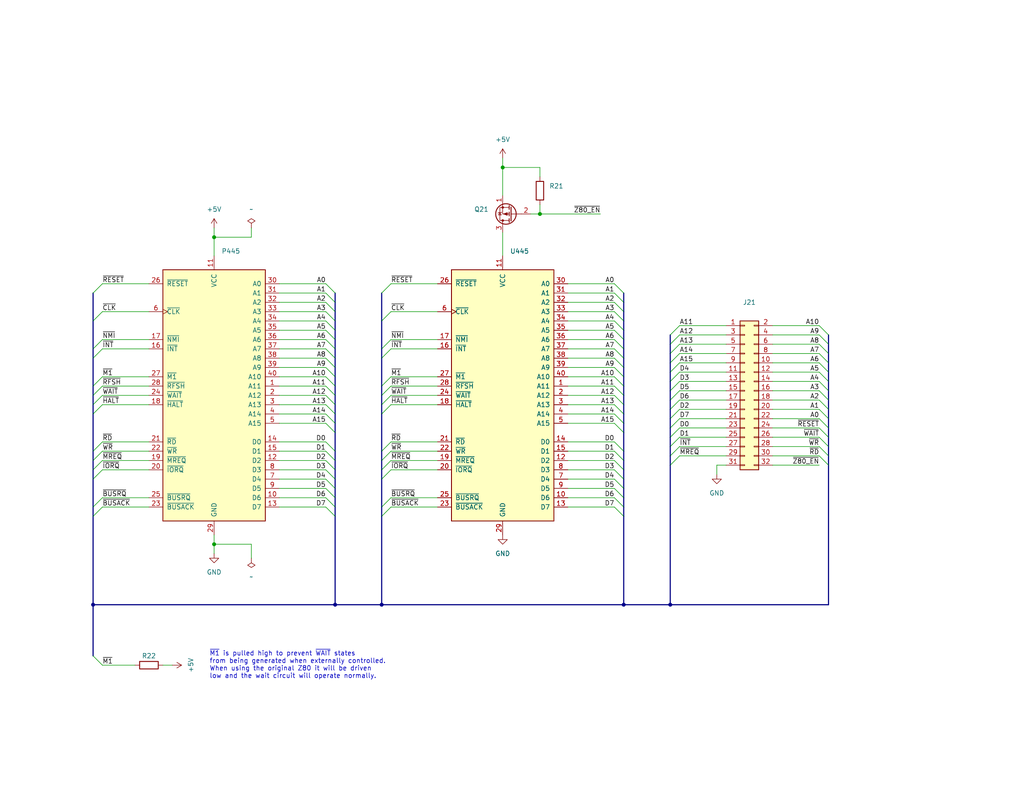
<source format=kicad_sch>
(kicad_sch (version 20211123) (generator eeschema)
  (paper "USLetter")
  (title_block (title "1240-Pi Modification Boards") (date "2022-04-21") (rev "1.0") (company "© 2022 Sam Hanes, licensed under CERN-OHL-P v2") (comment 1 "https://github.com/Elemecca/1240pi"))
  (lib_symbols
    (symbol "CPU:Z80CPU" (pin_names (offset 1.016))
      (property "Reference" "U" (at -13.97 35.56 0))
      (property "Value" "Z80CPU" (at 6.35 35.56 0))
      (symbol "Z80CPU_0_1"
        (rectangle (start -13.97 34.29) (end 13.97 -34.29) (stroke (width 0.254)) (fill (type background)))
      )
      (symbol "Z80CPU_1_1"
        (pin output line (at 17.78 2.54 180) (length 3.81) (name "A11") (number "1"))
        (pin bidirectional line (at 17.78 -27.94 180) (length 3.81) (name "D6") (number "10"))
        (pin power_in line (at 0 38.1 270) (length 3.81) (name "VCC") (number "11"))
        (pin bidirectional line (at 17.78 -17.78 180) (length 3.81) (name "D2") (number "12"))
        (pin bidirectional line (at 17.78 -30.48 180) (length 3.81) (name "D7") (number "13"))
        (pin bidirectional line (at 17.78 -12.7 180) (length 3.81) (name "D0") (number "14"))
        (pin bidirectional line (at 17.78 -15.24 180) (length 3.81) (name "D1") (number "15"))
        (pin input line (at -17.78 12.7 0) (length 3.81) (name "~{INT}") (number "16"))
        (pin input line (at -17.78 15.24 0) (length 3.81) (name "~{NMI}") (number "17"))
        (pin output line (at -17.78 -2.54 0) (length 3.81) (name "~{HALT}") (number "18"))
        (pin output line (at -17.78 -17.78 0) (length 3.81) (name "~{MREQ}") (number "19"))
        (pin output line (at 17.78 0 180) (length 3.81) (name "A12") (number "2"))
        (pin output line (at -17.78 -20.32 0) (length 3.81) (name "~{IORQ}") (number "20"))
        (pin output line (at -17.78 -12.7 0) (length 3.81) (name "~{RD}") (number "21"))
        (pin output line (at -17.78 -15.24 0) (length 3.81) (name "~{WR}") (number "22"))
        (pin output line (at -17.78 -30.48 0) (length 3.81) (name "~{BUSACK}") (number "23"))
        (pin input line (at -17.78 0 0) (length 3.81) (name "~{WAIT}") (number "24"))
        (pin input line (at -17.78 -27.94 0) (length 3.81) (name "~{BUSRQ}") (number "25"))
        (pin input line (at -17.78 30.48 0) (length 3.81) (name "~{RESET}") (number "26"))
        (pin output line (at -17.78 5.08 0) (length 3.81) (name "~{M1}") (number "27"))
        (pin output line (at -17.78 2.54 0) (length 3.81) (name "~{RFSH}") (number "28"))
        (pin power_in line (at 0 -38.1 90) (length 3.81) (name "GND") (number "29"))
        (pin output line (at 17.78 -2.54 180) (length 3.81) (name "A13") (number "3"))
        (pin output line (at 17.78 30.48 180) (length 3.81) (name "A0") (number "30"))
        (pin output line (at 17.78 27.94 180) (length 3.81) (name "A1") (number "31"))
        (pin output line (at 17.78 25.4 180) (length 3.81) (name "A2") (number "32"))
        (pin output line (at 17.78 22.86 180) (length 3.81) (name "A3") (number "33"))
        (pin output line (at 17.78 20.32 180) (length 3.81) (name "A4") (number "34"))
        (pin output line (at 17.78 17.78 180) (length 3.81) (name "A5") (number "35"))
        (pin output line (at 17.78 15.24 180) (length 3.81) (name "A6") (number "36"))
        (pin output line (at 17.78 12.7 180) (length 3.81) (name "A7") (number "37"))
        (pin output line (at 17.78 10.16 180) (length 3.81) (name "A8") (number "38"))
        (pin output line (at 17.78 7.62 180) (length 3.81) (name "A9") (number "39"))
        (pin output line (at 17.78 -5.08 180) (length 3.81) (name "A14") (number "4"))
        (pin output line (at 17.78 5.08 180) (length 3.81) (name "A10") (number "40"))
        (pin output line (at 17.78 -7.62 180) (length 3.81) (name "A15") (number "5"))
        (pin input clock (at -17.78 22.86 0) (length 3.81) (name "~{CLK}") (number "6"))
        (pin bidirectional line (at 17.78 -22.86 180) (length 3.81) (name "D4") (number "7"))
        (pin bidirectional line (at 17.78 -20.32 180) (length 3.81) (name "D3") (number "8"))
        (pin bidirectional line (at 17.78 -25.4 180) (length 3.81) (name "D5") (number "9"))
      )
    )
    (symbol "Connector_Generic:Conn_02x16_Odd_Even" (pin_names (offset 1.016) hide)
      (property "Reference" "J" (at 1.27 20.32 0))
      (property "Value" "Conn_02x16_Odd_Even" (at 1.27 -22.86 0))
      (symbol "Conn_02x16_Odd_Even_1_1"
        (rectangle (start -1.27 -20.193) (end 0 -20.447) (stroke (width 0.1524)))
        (rectangle (start -1.27 -17.653) (end 0 -17.907) (stroke (width 0.1524)))
        (rectangle (start -1.27 -15.113) (end 0 -15.367) (stroke (width 0.1524)))
        (rectangle (start -1.27 -12.573) (end 0 -12.827) (stroke (width 0.1524)))
        (rectangle (start -1.27 -10.033) (end 0 -10.287) (stroke (width 0.1524)))
        (rectangle (start -1.27 -7.493) (end 0 -7.747) (stroke (width 0.1524)))
        (rectangle (start -1.27 -4.953) (end 0 -5.207) (stroke (width 0.1524)))
        (rectangle (start -1.27 -2.413) (end 0 -2.667) (stroke (width 0.1524)))
        (rectangle (start -1.27 0.127) (end 0 -0.127) (stroke (width 0.1524)))
        (rectangle (start -1.27 2.667) (end 0 2.413) (stroke (width 0.1524)))
        (rectangle (start -1.27 5.207) (end 0 4.953) (stroke (width 0.1524)))
        (rectangle (start -1.27 7.747) (end 0 7.493) (stroke (width 0.1524)))
        (rectangle (start -1.27 10.287) (end 0 10.033) (stroke (width 0.1524)))
        (rectangle (start -1.27 12.827) (end 0 12.573) (stroke (width 0.1524)))
        (rectangle (start -1.27 15.367) (end 0 15.113) (stroke (width 0.1524)))
        (rectangle (start -1.27 17.907) (end 0 17.653) (stroke (width 0.1524)))
        (rectangle (start -1.27 19.05) (end 3.81 -21.59) (stroke (width 0.254)) (fill (type background)))
        (rectangle (start 3.81 -20.193) (end 2.54 -20.447) (stroke (width 0.1524)))
        (rectangle (start 3.81 -17.653) (end 2.54 -17.907) (stroke (width 0.1524)))
        (rectangle (start 3.81 -15.113) (end 2.54 -15.367) (stroke (width 0.1524)))
        (rectangle (start 3.81 -12.573) (end 2.54 -12.827) (stroke (width 0.1524)))
        (rectangle (start 3.81 -10.033) (end 2.54 -10.287) (stroke (width 0.1524)))
        (rectangle (start 3.81 -7.493) (end 2.54 -7.747) (stroke (width 0.1524)))
        (rectangle (start 3.81 -4.953) (end 2.54 -5.207) (stroke (width 0.1524)))
        (rectangle (start 3.81 -2.413) (end 2.54 -2.667) (stroke (width 0.1524)))
        (rectangle (start 3.81 0.127) (end 2.54 -0.127) (stroke (width 0.1524)))
        (rectangle (start 3.81 2.667) (end 2.54 2.413) (stroke (width 0.1524)))
        (rectangle (start 3.81 5.207) (end 2.54 4.953) (stroke (width 0.1524)))
        (rectangle (start 3.81 7.747) (end 2.54 7.493) (stroke (width 0.1524)))
        (rectangle (start 3.81 10.287) (end 2.54 10.033) (stroke (width 0.1524)))
        (rectangle (start 3.81 12.827) (end 2.54 12.573) (stroke (width 0.1524)))
        (rectangle (start 3.81 15.367) (end 2.54 15.113) (stroke (width 0.1524)))
        (rectangle (start 3.81 17.907) (end 2.54 17.653) (stroke (width 0.1524)))
        (pin passive line (at -5.08 17.78 0) (length 3.81) (name "Pin_1") (number "1"))
        (pin passive line (at 7.62 7.62 180) (length 3.81) (name "Pin_10") (number "10"))
        (pin passive line (at -5.08 5.08 0) (length 3.81) (name "Pin_11") (number "11"))
        (pin passive line (at 7.62 5.08 180) (length 3.81) (name "Pin_12") (number "12"))
        (pin passive line (at -5.08 2.54 0) (length 3.81) (name "Pin_13") (number "13"))
        (pin passive line (at 7.62 2.54 180) (length 3.81) (name "Pin_14") (number "14"))
        (pin passive line (at -5.08 0 0) (length 3.81) (name "Pin_15") (number "15"))
        (pin passive line (at 7.62 0 180) (length 3.81) (name "Pin_16") (number "16"))
        (pin passive line (at -5.08 -2.54 0) (length 3.81) (name "Pin_17") (number "17"))
        (pin passive line (at 7.62 -2.54 180) (length 3.81) (name "Pin_18") (number "18"))
        (pin passive line (at -5.08 -5.08 0) (length 3.81) (name "Pin_19") (number "19"))
        (pin passive line (at 7.62 17.78 180) (length 3.81) (name "Pin_2") (number "2"))
        (pin passive line (at 7.62 -5.08 180) (length 3.81) (name "Pin_20") (number "20"))
        (pin passive line (at -5.08 -7.62 0) (length 3.81) (name "Pin_21") (number "21"))
        (pin passive line (at 7.62 -7.62 180) (length 3.81) (name "Pin_22") (number "22"))
        (pin passive line (at -5.08 -10.16 0) (length 3.81) (name "Pin_23") (number "23"))
        (pin passive line (at 7.62 -10.16 180) (length 3.81) (name "Pin_24") (number "24"))
        (pin passive line (at -5.08 -12.7 0) (length 3.81) (name "Pin_25") (number "25"))
        (pin passive line (at 7.62 -12.7 180) (length 3.81) (name "Pin_26") (number "26"))
        (pin passive line (at -5.08 -15.24 0) (length 3.81) (name "Pin_27") (number "27"))
        (pin passive line (at 7.62 -15.24 180) (length 3.81) (name "Pin_28") (number "28"))
        (pin passive line (at -5.08 -17.78 0) (length 3.81) (name "Pin_29") (number "29"))
        (pin passive line (at -5.08 15.24 0) (length 3.81) (name "Pin_3") (number "3"))
        (pin passive line (at 7.62 -17.78 180) (length 3.81) (name "Pin_30") (number "30"))
        (pin passive line (at -5.08 -20.32 0) (length 3.81) (name "Pin_31") (number "31"))
        (pin passive line (at 7.62 -20.32 180) (length 3.81) (name "Pin_32") (number "32"))
        (pin passive line (at 7.62 15.24 180) (length 3.81) (name "Pin_4") (number "4"))
        (pin passive line (at -5.08 12.7 0) (length 3.81) (name "Pin_5") (number "5"))
        (pin passive line (at 7.62 12.7 180) (length 3.81) (name "Pin_6") (number "6"))
        (pin passive line (at -5.08 10.16 0) (length 3.81) (name "Pin_7") (number "7"))
        (pin passive line (at 7.62 10.16 180) (length 3.81) (name "Pin_8") (number "8"))
        (pin passive line (at -5.08 7.62 0) (length 3.81) (name "Pin_9") (number "9"))
      )
    )
    (symbol "Device:Q_PMOS_SGD" (pin_names (offset 0) hide)
      (property "Reference" "Q" (at 5.08 1.27 0))
      (property "Value" "Q_PMOS_SGD" (at 5.08 -1.27 0))
      (symbol "Q_PMOS_SGD_0_1"
        (polyline (pts (xy 0.254 0) (xy -2.54 0)))
        (polyline (pts (xy 0.254 1.905) (xy 0.254 -1.905)) (stroke (width 0.254)))
        (polyline (pts (xy 0.762 -1.27) (xy 0.762 -2.286)) (stroke (width 0.254)))
        (polyline (pts (xy 0.762 0.508) (xy 0.762 -0.508)) (stroke (width 0.254)))
        (polyline (pts (xy 0.762 2.286) (xy 0.762 1.27)) (stroke (width 0.254)))
        (polyline (pts (xy 2.54 2.54) (xy 2.54 1.778)))
        (polyline (pts (xy 2.54 -2.54) (xy 2.54 0) (xy 0.762 0)))
        (polyline (pts (xy 0.762 1.778) (xy 3.302 1.778) (xy 3.302 -1.778) (xy 0.762 -1.778)))
        (polyline (pts (xy 2.286 0) (xy 1.27 0.381) (xy 1.27 -0.381) (xy 2.286 0)) (fill (type outline)))
        (polyline (pts (xy 2.794 -0.508) (xy 2.921 -0.381) (xy 3.683 -0.381) (xy 3.81 -0.254)))
        (polyline (pts (xy 3.302 -0.381) (xy 2.921 0.254) (xy 3.683 0.254) (xy 3.302 -0.381)))
        (circle (center 1.651 0) (radius 2.794) (stroke (width 0.254)))
        (circle (center 2.54 -1.778) (radius 0.254) (fill (type outline)))
        (circle (center 2.54 1.778) (radius 0.254) (fill (type outline)))
      )
      (symbol "Q_PMOS_SGD_1_1"
        (pin passive line (at 2.54 -5.08 90) (length 2.54) (name "S") (number "1"))
        (pin input line (at -5.08 0 0) (length 2.54) (name "G") (number "2"))
        (pin passive line (at 2.54 5.08 270) (length 2.54) (name "D") (number "3"))
      )
    )
    (symbol "Device:R" (pin_numbers hide) (pin_names (offset 0))
      (property "Reference" "R" (at 2.032 0 90))
      (property "Value" "R" (at 0 0 90))
      (symbol "R_0_1"
        (rectangle (start -1.016 -2.54) (end 1.016 2.54) (stroke (width 0.254)))
      )
      (symbol "R_1_1"
        (pin passive line (at 0 3.81 270) (length 1.27) (name "~") (number "1"))
        (pin passive line (at 0 -3.81 90) (length 1.27) (name "~") (number "2"))
      )
    )
    (symbol "power:+5V" (power) (pin_names (offset 0))
      (property "Value" "+5V" (at 0 3.556 0))
      (symbol "+5V_0_1"
        (polyline (pts (xy -0.762 1.27) (xy 0 2.54)))
        (polyline (pts (xy 0 0) (xy 0 2.54)))
        (polyline (pts (xy 0 2.54) (xy 0.762 1.27)))
      )
      (symbol "+5V_1_1"
        (pin power_in line (at 0 0 90) (length 0) hide (name "+5V") (number "1"))
      )
    )
    (symbol "power:GND" (power) (pin_names (offset 0))
      (property "Value" "GND" (at 0 -3.81 0))
      (symbol "GND_0_1"
        (polyline (pts (xy 0 0) (xy 0 -1.27) (xy 1.27 -1.27) (xy 0 -2.54) (xy -1.27 -1.27) (xy 0 -1.27)))
      )
      (symbol "GND_1_1"
        (pin power_in line (at 0 0 270) (length 0) hide (name "GND") (number "1"))
      )
    )
    (symbol "power:PWR_FLAG" (power) (pin_numbers hide) (pin_names (offset 0) hide)
      (property "Value" "PWR_FLAG" (at 0 3.81 0))
      (symbol "PWR_FLAG_0_0"
        (pin power_out line (at 0 0 90) (length 0) (name "pwr") (number "1"))
      )
      (symbol "PWR_FLAG_0_1"
        (polyline (pts (xy 0 0) (xy 0 1.27) (xy -1.016 1.905) (xy 0 2.54) (xy 1.016 1.905) (xy 0 1.27)))
      )
    )
  )
  (junction (at 182.88 165.1))
  (junction (at 58.42 64.77))
  (junction (at 170.18 165.1))
  (junction (at 137.16 45.72))
  (junction (at 25.4 165.1))
  (junction (at 58.42 148.59))
  (junction (at 104.14 165.1))
  (junction (at 91.44 165.1))
  (junction (at 147.32 58.42))
  (bus_entry (at 88.9 128.27) (size 2.54 2.54))
  (bus_entry (at 185.42 104.14) (size -2.54 2.54))
  (bus_entry (at 27.94 120.65) (size -2.54 2.54))
  (bus_entry (at 167.64 80.01) (size 2.54 2.54))
  (bus_entry (at 185.42 124.46) (size -2.54 2.54))
  (bus_entry (at 27.94 95.25) (size -2.54 2.54))
  (bus_entry (at 223.52 111.76) (size 2.54 2.54))
  (bus_entry (at 167.64 125.73) (size 2.54 2.54))
  (bus_entry (at 167.64 138.43) (size 2.54 2.54))
  (bus_entry (at 223.52 101.6) (size 2.54 2.54))
  (bus_entry (at 106.68 138.43) (size -2.54 2.54))
  (bus_entry (at 27.94 123.19) (size -2.54 2.54))
  (bus_entry (at 167.64 123.19) (size 2.54 2.54))
  (bus_entry (at 167.64 102.87) (size 2.54 2.54))
  (bus_entry (at 88.9 85.09) (size 2.54 2.54))
  (bus_entry (at 167.64 107.95) (size 2.54 2.54))
  (bus_entry (at 88.9 123.19) (size 2.54 2.54))
  (bus_entry (at 223.52 96.52) (size 2.54 2.54))
  (bus_entry (at 167.64 130.81) (size 2.54 2.54))
  (bus_entry (at 88.9 105.41) (size 2.54 2.54))
  (bus_entry (at 167.64 105.41) (size 2.54 2.54))
  (bus_entry (at 185.42 111.76) (size -2.54 2.54))
  (bus_entry (at 167.64 115.57) (size 2.54 2.54))
  (bus_entry (at 167.64 133.35) (size 2.54 2.54))
  (bus_entry (at 106.68 105.41) (size -2.54 2.54))
  (bus_entry (at 167.64 90.17) (size 2.54 2.54))
  (bus_entry (at 185.42 101.6) (size -2.54 2.54))
  (bus_entry (at 27.94 92.71) (size -2.54 2.54))
  (bus_entry (at 167.64 82.55) (size 2.54 2.54))
  (bus_entry (at 185.42 121.92) (size -2.54 2.54))
  (bus_entry (at 185.42 116.84) (size -2.54 2.54))
  (bus_entry (at 106.68 77.47) (size -2.54 2.54))
  (bus_entry (at 27.94 181.61) (size -2.54 -2.54))
  (bus_entry (at 106.68 128.27) (size -2.54 2.54))
  (bus_entry (at 27.94 125.73) (size -2.54 2.54))
  (bus_entry (at 106.68 110.49) (size -2.54 2.54))
  (bus_entry (at 88.9 92.71) (size 2.54 2.54))
  (bus_entry (at 223.52 91.44) (size 2.54 2.54))
  (bus_entry (at 27.94 77.47) (size -2.54 2.54))
  (bus_entry (at 88.9 120.65) (size 2.54 2.54))
  (bus_entry (at 185.42 99.06) (size -2.54 2.54))
  (bus_entry (at 88.9 95.25) (size 2.54 2.54))
  (bus_entry (at 88.9 138.43) (size 2.54 2.54))
  (bus_entry (at 106.68 95.25) (size -2.54 2.54))
  (bus_entry (at 88.9 107.95) (size 2.54 2.54))
  (bus_entry (at 88.9 110.49) (size 2.54 2.54))
  (bus_entry (at 167.64 95.25) (size 2.54 2.54))
  (bus_entry (at 27.94 85.09) (size -2.54 2.54))
  (bus_entry (at 106.68 92.71) (size -2.54 2.54))
  (bus_entry (at 167.64 113.03) (size 2.54 2.54))
  (bus_entry (at 185.42 96.52) (size -2.54 2.54))
  (bus_entry (at 88.9 82.55) (size 2.54 2.54))
  (bus_entry (at 223.52 114.3) (size 2.54 2.54))
  (bus_entry (at 106.68 102.87) (size -2.54 2.54))
  (bus_entry (at 185.42 119.38) (size -2.54 2.54))
  (bus_entry (at 167.64 77.47) (size 2.54 2.54))
  (bus_entry (at 106.68 107.95) (size -2.54 2.54))
  (bus_entry (at 106.68 85.09) (size -2.54 2.54))
  (bus_entry (at 167.64 110.49) (size 2.54 2.54))
  (bus_entry (at 88.9 135.89) (size 2.54 2.54))
  (bus_entry (at 88.9 77.47) (size 2.54 2.54))
  (bus_entry (at 27.94 107.95) (size -2.54 2.54))
  (bus_entry (at 88.9 97.79) (size 2.54 2.54))
  (bus_entry (at 167.64 85.09) (size 2.54 2.54))
  (bus_entry (at 185.42 91.44) (size -2.54 2.54))
  (bus_entry (at 106.68 135.89) (size -2.54 2.54))
  (bus_entry (at 223.52 88.9) (size 2.54 2.54))
  (bus_entry (at 185.42 109.22) (size -2.54 2.54))
  (bus_entry (at 223.52 121.92) (size 2.54 2.54))
  (bus_entry (at 88.9 80.01) (size 2.54 2.54))
  (bus_entry (at 106.68 123.19) (size -2.54 2.54))
  (bus_entry (at 88.9 125.73) (size 2.54 2.54))
  (bus_entry (at 106.68 125.73) (size -2.54 2.54))
  (bus_entry (at 27.94 110.49) (size -2.54 2.54))
  (bus_entry (at 167.64 120.65) (size 2.54 2.54))
  (bus_entry (at 185.42 93.98) (size -2.54 2.54))
  (bus_entry (at 27.94 138.43) (size -2.54 2.54))
  (bus_entry (at 167.64 97.79) (size 2.54 2.54))
  (bus_entry (at 223.52 104.14) (size 2.54 2.54))
  (bus_entry (at 27.94 105.41) (size -2.54 2.54))
  (bus_entry (at 167.64 87.63) (size 2.54 2.54))
  (bus_entry (at 27.94 102.87) (size -2.54 2.54))
  (bus_entry (at 88.9 130.81) (size 2.54 2.54))
  (bus_entry (at 27.94 128.27) (size -2.54 2.54))
  (bus_entry (at 106.68 120.65) (size -2.54 2.54))
  (bus_entry (at 88.9 100.33) (size 2.54 2.54))
  (bus_entry (at 88.9 113.03) (size 2.54 2.54))
  (bus_entry (at 223.52 109.22) (size 2.54 2.54))
  (bus_entry (at 88.9 115.57) (size 2.54 2.54))
  (bus_entry (at 223.52 116.84) (size 2.54 2.54))
  (bus_entry (at 223.52 93.98) (size 2.54 2.54))
  (bus_entry (at 27.94 135.89) (size -2.54 2.54))
  (bus_entry (at 88.9 90.17) (size 2.54 2.54))
  (bus_entry (at 167.64 100.33) (size 2.54 2.54))
  (bus_entry (at 167.64 92.71) (size 2.54 2.54))
  (bus_entry (at 223.52 119.38) (size 2.54 2.54))
  (bus_entry (at 88.9 87.63) (size 2.54 2.54))
  (bus_entry (at 185.42 106.68) (size -2.54 2.54))
  (bus_entry (at 185.42 88.9) (size -2.54 2.54))
  (bus_entry (at 223.52 124.46) (size 2.54 2.54))
  (bus_entry (at 167.64 135.89) (size 2.54 2.54))
  (bus_entry (at 223.52 106.68) (size 2.54 2.54))
  (bus_entry (at 223.52 99.06) (size 2.54 2.54))
  (bus_entry (at 185.42 114.3) (size -2.54 2.54))
  (bus_entry (at 88.9 133.35) (size 2.54 2.54))
  (bus_entry (at 88.9 102.87) (size 2.54 2.54))
  (bus_entry (at 167.64 128.27) (size 2.54 2.54))
  (wire (pts (xy 58.42 148.59) (xy 58.42 151.13)))
  (bus (pts (xy 91.44 100.33) (xy 91.44 102.87)))
  (wire (pts (xy 27.94 110.49) (xy 40.64 110.49)))
  (wire (pts (xy 68.58 152.4) (xy 68.58 148.59)))
  (wire (pts (xy 76.2 82.55) (xy 88.9 82.55)))
  (wire (pts (xy 154.94 133.35) (xy 167.64 133.35)))
  (wire (pts (xy 137.16 43.18) (xy 137.16 45.72)))
  (bus (pts (xy 182.88 127) (xy 182.88 165.1)))
  (bus (pts (xy 91.44 105.41) (xy 91.44 107.95)))
  (bus (pts (xy 182.88 165.1) (xy 170.18 165.1)))
  (wire (pts (xy 58.42 64.77) (xy 58.42 69.85)))
  (bus (pts (xy 91.44 130.81) (xy 91.44 133.35)))
  (bus (pts (xy 182.88 104.14) (xy 182.88 106.68)))
  (wire (pts (xy 106.68 128.27) (xy 119.38 128.27)))
  (bus (pts (xy 91.44 113.03) (xy 91.44 115.57)))
  (bus (pts (xy 25.4 95.25) (xy 25.4 97.79)))
  (wire (pts (xy 154.94 123.19) (xy 167.64 123.19)))
  (bus (pts (xy 226.06 106.68) (xy 226.06 109.22)))
  (bus (pts (xy 91.44 107.95) (xy 91.44 110.49)))
  (wire (pts (xy 76.2 123.19) (xy 88.9 123.19)))
  (wire (pts (xy 106.68 102.87) (xy 119.38 102.87)))
  (wire (pts (xy 154.94 120.65) (xy 167.64 120.65)))
  (bus (pts (xy 182.88 101.6) (xy 182.88 104.14)))
  (bus (pts (xy 104.14 110.49) (xy 104.14 113.03)))
  (wire (pts (xy 76.2 115.57) (xy 88.9 115.57)))
  (wire (pts (xy 210.82 109.22) (xy 223.52 109.22)))
  (wire (pts (xy 210.82 99.06) (xy 223.52 99.06)))
  (wire (pts (xy 76.2 87.63) (xy 88.9 87.63)))
  (bus (pts (xy 25.4 138.43) (xy 25.4 140.97)))
  (bus (pts (xy 91.44 128.27) (xy 91.44 130.81)))
  (wire (pts (xy 210.82 116.84) (xy 223.52 116.84)))
  (wire (pts (xy 154.94 85.09) (xy 167.64 85.09)))
  (wire (pts (xy 27.94 123.19) (xy 40.64 123.19)))
  (bus (pts (xy 91.44 118.11) (xy 91.44 123.19)))
  (bus (pts (xy 170.18 102.87) (xy 170.18 105.41)))
  (bus (pts (xy 91.44 87.63) (xy 91.44 90.17)))
  (wire (pts (xy 210.82 121.92) (xy 223.52 121.92)))
  (bus (pts (xy 182.88 111.76) (xy 182.88 114.3)))
  (bus (pts (xy 91.44 110.49) (xy 91.44 113.03)))
  (bus (pts (xy 25.4 110.49) (xy 25.4 113.03)))
  (wire (pts (xy 154.94 87.63) (xy 167.64 87.63)))
  (bus (pts (xy 91.44 165.1) (xy 104.14 165.1)))
  (bus (pts (xy 170.18 113.03) (xy 170.18 115.57)))
  (bus (pts (xy 25.4 130.81) (xy 25.4 138.43)))
  (wire (pts (xy 68.58 148.59) (xy 58.42 148.59)))
  (wire (pts (xy 198.12 101.6) (xy 185.42 101.6)))
  (wire (pts (xy 147.32 55.88) (xy 147.32 58.42)))
  (wire (pts (xy 210.82 106.68) (xy 223.52 106.68)))
  (wire (pts (xy 154.94 135.89) (xy 167.64 135.89)))
  (wire (pts (xy 76.2 130.81) (xy 88.9 130.81)))
  (bus (pts (xy 182.88 119.38) (xy 182.88 121.92)))
  (bus (pts (xy 182.88 121.92) (xy 182.88 124.46)))
  (bus (pts (xy 226.06 101.6) (xy 226.06 104.14)))
  (wire (pts (xy 198.12 91.44) (xy 185.42 91.44)))
  (bus (pts (xy 170.18 90.17) (xy 170.18 92.71)))
  (wire (pts (xy 76.2 95.25) (xy 88.9 95.25)))
  (wire (pts (xy 144.78 58.42) (xy 147.32 58.42)))
  (bus (pts (xy 91.44 85.09) (xy 91.44 87.63)))
  (bus (pts (xy 104.14 105.41) (xy 104.14 107.95)))
  (wire (pts (xy 195.58 127) (xy 198.12 127)))
  (wire (pts (xy 76.2 113.03) (xy 88.9 113.03)))
  (bus (pts (xy 182.88 99.06) (xy 182.88 101.6)))
  (bus (pts (xy 104.14 80.01) (xy 104.14 87.63)))
  (bus (pts (xy 25.4 125.73) (xy 25.4 128.27)))
  (wire (pts (xy 76.2 128.27) (xy 88.9 128.27)))
  (wire (pts (xy 27.94 138.43) (xy 40.64 138.43)))
  (wire (pts (xy 76.2 102.87) (xy 88.9 102.87)))
  (bus (pts (xy 25.4 97.79) (xy 25.4 105.41)))
  (bus (pts (xy 25.4 165.1) (xy 25.4 179.07)))
  (wire (pts (xy 76.2 77.47) (xy 88.9 77.47)))
  (wire (pts (xy 106.68 125.73) (xy 119.38 125.73)))
  (wire (pts (xy 154.94 97.79) (xy 167.64 97.79)))
  (bus (pts (xy 182.88 124.46) (xy 182.88 127)))
  (bus (pts (xy 170.18 135.89) (xy 170.18 138.43)))
  (wire (pts (xy 185.42 88.9) (xy 198.12 88.9)))
  (bus (pts (xy 226.06 121.92) (xy 226.06 124.46)))
  (wire (pts (xy 154.94 95.25) (xy 167.64 95.25)))
  (wire (pts (xy 198.12 104.14) (xy 185.42 104.14)))
  (wire (pts (xy 68.58 62.23) (xy 68.58 64.77)))
  (bus (pts (xy 170.18 115.57) (xy 170.18 118.11)))
  (wire (pts (xy 27.94 92.71) (xy 40.64 92.71)))
  (wire (pts (xy 27.94 181.61) (xy 36.83 181.61)))
  (bus (pts (xy 182.88 114.3) (xy 182.88 116.84)))
  (wire (pts (xy 76.2 138.43) (xy 88.9 138.43)))
  (bus (pts (xy 182.88 91.44) (xy 182.88 93.98)))
  (bus (pts (xy 25.4 128.27) (xy 25.4 130.81)))
  (wire (pts (xy 137.16 63.5) (xy 137.16 69.85)))
  (wire (pts (xy 76.2 120.65) (xy 88.9 120.65)))
  (wire (pts (xy 106.68 77.47) (xy 119.38 77.47)))
  (wire (pts (xy 76.2 92.71) (xy 88.9 92.71)))
  (wire (pts (xy 210.82 88.9) (xy 223.52 88.9)))
  (wire (pts (xy 185.42 116.84) (xy 198.12 116.84)))
  (bus (pts (xy 91.44 140.97) (xy 91.44 165.1)))
  (wire (pts (xy 210.82 124.46) (xy 223.52 124.46)))
  (wire (pts (xy 68.58 64.77) (xy 58.42 64.77)))
  (wire (pts (xy 106.68 123.19) (xy 119.38 123.19)))
  (bus (pts (xy 170.18 133.35) (xy 170.18 135.89)))
  (wire (pts (xy 76.2 90.17) (xy 88.9 90.17)))
  (wire (pts (xy 154.94 82.55) (xy 167.64 82.55)))
  (bus (pts (xy 226.06 111.76) (xy 226.06 114.3)))
  (bus (pts (xy 25.4 105.41) (xy 25.4 107.95)))
  (wire (pts (xy 210.82 91.44) (xy 223.52 91.44)))
  (bus (pts (xy 170.18 128.27) (xy 170.18 130.81)))
  (bus (pts (xy 91.44 125.73) (xy 91.44 128.27)))
  (wire (pts (xy 76.2 80.01) (xy 88.9 80.01)))
  (wire (pts (xy 198.12 99.06) (xy 185.42 99.06)))
  (wire (pts (xy 106.68 107.95) (xy 119.38 107.95)))
  (bus (pts (xy 25.4 80.01) (xy 25.4 87.63)))
  (wire (pts (xy 76.2 97.79) (xy 88.9 97.79)))
  (wire (pts (xy 106.68 105.41) (xy 119.38 105.41)))
  (wire (pts (xy 27.94 85.09) (xy 40.64 85.09)))
  (bus (pts (xy 25.4 140.97) (xy 25.4 165.1)))
  (bus (pts (xy 25.4 123.19) (xy 25.4 125.73)))
  (wire (pts (xy 154.94 90.17) (xy 167.64 90.17)))
  (wire (pts (xy 185.42 121.92) (xy 198.12 121.92)))
  (wire (pts (xy 76.2 105.41) (xy 88.9 105.41)))
  (bus (pts (xy 182.88 93.98) (xy 182.88 96.52)))
  (bus (pts (xy 91.44 123.19) (xy 91.44 125.73)))
  (bus (pts (xy 170.18 85.09) (xy 170.18 87.63)))
  (wire (pts (xy 76.2 85.09) (xy 88.9 85.09)))
  (wire (pts (xy 195.58 129.54) (xy 195.58 127)))
  (bus (pts (xy 226.06 124.46) (xy 226.06 127)))
  (wire (pts (xy 106.68 92.71) (xy 119.38 92.71)))
  (wire (pts (xy 154.94 102.87) (xy 167.64 102.87)))
  (wire (pts (xy 46.99 181.61) (xy 44.45 181.61)))
  (wire (pts (xy 106.68 138.43) (xy 119.38 138.43)))
  (bus (pts (xy 91.44 90.17) (xy 91.44 92.71)))
  (bus (pts (xy 226.06 116.84) (xy 226.06 119.38)))
  (wire (pts (xy 210.82 104.14) (xy 223.52 104.14)))
  (wire (pts (xy 27.94 128.27) (xy 40.64 128.27)))
  (wire (pts (xy 76.2 125.73) (xy 88.9 125.73)))
  (bus (pts (xy 170.18 100.33) (xy 170.18 102.87)))
  (bus (pts (xy 91.44 82.55) (xy 91.44 85.09)))
  (bus (pts (xy 170.18 140.97) (xy 170.18 165.1)))
  (wire (pts (xy 147.32 58.42) (xy 163.83 58.42)))
  (wire (pts (xy 210.82 111.76) (xy 223.52 111.76)))
  (wire (pts (xy 58.42 146.05) (xy 58.42 148.59)))
  (bus (pts (xy 104.14 123.19) (xy 104.14 125.73)))
  (bus (pts (xy 182.88 116.84) (xy 182.88 119.38)))
  (wire (pts (xy 154.94 138.43) (xy 167.64 138.43)))
  (bus (pts (xy 170.18 105.41) (xy 170.18 107.95)))
  (bus (pts (xy 91.44 92.71) (xy 91.44 95.25)))
  (bus (pts (xy 226.06 91.44) (xy 226.06 93.98)))
  (bus (pts (xy 170.18 110.49) (xy 170.18 113.03)))
  (bus (pts (xy 182.88 106.68) (xy 182.88 109.22)))
  (wire (pts (xy 76.2 110.49) (xy 88.9 110.49)))
  (wire (pts (xy 58.42 62.23) (xy 58.42 64.77)))
  (bus (pts (xy 104.14 130.81) (xy 104.14 138.43)))
  (wire (pts (xy 185.42 111.76) (xy 198.12 111.76)))
  (bus (pts (xy 182.88 109.22) (xy 182.88 111.76)))
  (bus (pts (xy 25.4 165.1) (xy 91.44 165.1)))
  (bus (pts (xy 91.44 133.35) (xy 91.44 135.89)))
  (wire (pts (xy 154.94 77.47) (xy 167.64 77.47)))
  (wire (pts (xy 106.68 120.65) (xy 119.38 120.65)))
  (bus (pts (xy 226.06 99.06) (xy 226.06 101.6)))
  (bus (pts (xy 170.18 107.95) (xy 170.18 110.49)))
  (wire (pts (xy 185.42 114.3) (xy 198.12 114.3)))
  (wire (pts (xy 198.12 93.98) (xy 185.42 93.98)))
  (bus (pts (xy 170.18 97.79) (xy 170.18 100.33)))
  (wire (pts (xy 106.68 110.49) (xy 119.38 110.49)))
  (wire (pts (xy 76.2 135.89) (xy 88.9 135.89)))
  (bus (pts (xy 25.4 113.03) (xy 25.4 123.19)))
  (wire (pts (xy 27.94 95.25) (xy 40.64 95.25)))
  (bus (pts (xy 91.44 138.43) (xy 91.44 140.97)))
  (wire (pts (xy 210.82 127) (xy 223.52 127)))
  (bus (pts (xy 104.14 95.25) (xy 104.14 97.79)))
  (bus (pts (xy 170.18 118.11) (xy 170.18 123.19)))
  (wire (pts (xy 154.94 105.41) (xy 167.64 105.41)))
  (wire (pts (xy 154.94 130.81) (xy 167.64 130.81)))
  (bus (pts (xy 226.06 119.38) (xy 226.06 121.92)))
  (wire (pts (xy 154.94 110.49) (xy 167.64 110.49)))
  (bus (pts (xy 170.18 92.71) (xy 170.18 95.25)))
  (wire (pts (xy 210.82 101.6) (xy 223.52 101.6)))
  (bus (pts (xy 170.18 130.81) (xy 170.18 133.35)))
  (wire (pts (xy 154.94 80.01) (xy 167.64 80.01)))
  (bus (pts (xy 104.14 87.63) (xy 104.14 95.25)))
  (wire (pts (xy 27.94 120.65) (xy 40.64 120.65)))
  (bus (pts (xy 170.18 95.25) (xy 170.18 97.79)))
  (wire (pts (xy 27.94 107.95) (xy 40.64 107.95)))
  (bus (pts (xy 91.44 102.87) (xy 91.44 105.41)))
  (wire (pts (xy 27.94 77.47) (xy 40.64 77.47)))
  (bus (pts (xy 104.14 128.27) (xy 104.14 130.81)))
  (bus (pts (xy 226.06 114.3) (xy 226.06 116.84)))
  (bus (pts (xy 104.14 97.79) (xy 104.14 105.41)))
  (wire (pts (xy 27.94 105.41) (xy 40.64 105.41)))
  (wire (pts (xy 185.42 124.46) (xy 198.12 124.46)))
  (wire (pts (xy 198.12 109.22) (xy 185.42 109.22)))
  (bus (pts (xy 91.44 97.79) (xy 91.44 100.33)))
  (wire (pts (xy 76.2 100.33) (xy 88.9 100.33)))
  (bus (pts (xy 170.18 123.19) (xy 170.18 125.73)))
  (wire (pts (xy 210.82 96.52) (xy 223.52 96.52)))
  (bus (pts (xy 226.06 96.52) (xy 226.06 99.06)))
  (wire (pts (xy 137.16 45.72) (xy 147.32 45.72)))
  (wire (pts (xy 154.94 125.73) (xy 167.64 125.73)))
  (wire (pts (xy 76.2 133.35) (xy 88.9 133.35)))
  (wire (pts (xy 210.82 93.98) (xy 223.52 93.98)))
  (bus (pts (xy 226.06 109.22) (xy 226.06 111.76)))
  (bus (pts (xy 25.4 87.63) (xy 25.4 95.25)))
  (bus (pts (xy 170.18 138.43) (xy 170.18 140.97)))
  (bus (pts (xy 104.14 113.03) (xy 104.14 123.19)))
  (bus (pts (xy 104.14 138.43) (xy 104.14 140.97)))
  (bus (pts (xy 104.14 125.73) (xy 104.14 128.27)))
  (wire (pts (xy 154.94 107.95) (xy 167.64 107.95)))
  (wire (pts (xy 27.94 102.87) (xy 40.64 102.87)))
  (wire (pts (xy 154.94 113.03) (xy 167.64 113.03)))
  (bus (pts (xy 91.44 135.89) (xy 91.44 138.43)))
  (bus (pts (xy 226.06 93.98) (xy 226.06 96.52)))
  (bus (pts (xy 104.14 107.95) (xy 104.14 110.49)))
  (wire (pts (xy 106.68 135.89) (xy 119.38 135.89)))
  (bus (pts (xy 170.18 125.73) (xy 170.18 128.27)))
  (bus (pts (xy 226.06 165.1) (xy 182.88 165.1)))
  (wire (pts (xy 185.42 119.38) (xy 198.12 119.38)))
  (bus (pts (xy 91.44 80.01) (xy 91.44 82.55)))
  (wire (pts (xy 154.94 100.33) (xy 167.64 100.33)))
  (bus (pts (xy 170.18 82.55) (xy 170.18 85.09)))
  (bus (pts (xy 170.18 80.01) (xy 170.18 82.55)))
  (wire (pts (xy 27.94 125.73) (xy 40.64 125.73)))
  (wire (pts (xy 198.12 96.52) (xy 185.42 96.52)))
  (wire (pts (xy 154.94 92.71) (xy 167.64 92.71)))
  (wire (pts (xy 198.12 106.68) (xy 185.42 106.68)))
  (wire (pts (xy 154.94 115.57) (xy 167.64 115.57)))
  (bus (pts (xy 91.44 115.57) (xy 91.44 118.11)))
  (wire (pts (xy 106.68 85.09) (xy 119.38 85.09)))
  (bus (pts (xy 104.14 140.97) (xy 104.14 165.1)))
  (wire (pts (xy 147.32 45.72) (xy 147.32 48.26)))
  (wire (pts (xy 210.82 114.3) (xy 223.52 114.3)))
  (wire (pts (xy 154.94 128.27) (xy 167.64 128.27)))
  (wire (pts (xy 210.82 119.38) (xy 223.52 119.38)))
  (bus (pts (xy 104.14 165.1) (xy 170.18 165.1)))
  (bus (pts (xy 170.18 87.63) (xy 170.18 90.17)))
  (bus (pts (xy 226.06 104.14) (xy 226.06 106.68)))
  (bus (pts (xy 226.06 127) (xy 226.06 165.1)))
  (wire (pts (xy 27.94 135.89) (xy 40.64 135.89)))
  (bus (pts (xy 182.88 96.52) (xy 182.88 99.06)))
  (wire (pts (xy 76.2 107.95) (xy 88.9 107.95)))
  (wire (pts (xy 106.68 95.25) (xy 119.38 95.25)))
  (bus (pts (xy 91.44 95.25) (xy 91.44 97.79)))
  (wire (pts (xy 137.16 53.34) (xy 137.16 45.72)))
  (bus (pts (xy 25.4 107.95) (xy 25.4 110.49)))
  (text "~{M1} is pulled high to prevent ~{WAIT} states\nfrom being generated when externally controlled.\nWhen using the original Z80 it will be driven\nlow and the wait circuit will operate normally." (at 57.15 185.42 0) (effects (font (size 1.27 1.27)) (justify left bottom)))
  (label "~{RD}" (at 223.52 124.46 180))
  (label "~{MREQ}" (at 27.94 125.73 0))
  (label "~{WAIT}" (at 27.94 107.95 0))
  (label "A0" (at 167.64 77.47 180))
  (label "D2" (at 167.64 125.73 180))
  (label "~{NMI}" (at 106.68 92.71 0))
  (label "D5" (at 167.64 133.35 180))
  (label "~{BUSACK}" (at 27.94 138.43 0))
  (label "~{RESET}" (at 106.68 77.47 0))
  (label "A4" (at 167.64 87.63 180))
  (label "A12" (at 88.9 107.95 180))
  (label "A0" (at 88.9 77.47 180))
  (label "A9" (at 223.52 91.44 180))
  (label "~{WR}" (at 27.94 123.19 0))
  (label "A2" (at 167.64 82.55 180))
  (label "D0" (at 185.42 116.84 0))
  (label "~{MREQ}" (at 106.68 125.73 0))
  (label "A10" (at 88.9 102.87 180))
  (label "D4" (at 185.42 101.6 0))
  (label "A13" (at 88.9 110.49 180))
  (label "A13" (at 185.42 93.98 0))
  (label "D7" (at 185.42 114.3 0))
  (label "~{INT}" (at 27.94 95.25 0))
  (label "A0" (at 223.52 114.3 180))
  (label "A5" (at 223.52 101.6 180))
  (label "A12" (at 167.64 107.95 180))
  (label "A12" (at 185.42 91.44 0))
  (label "D0" (at 88.9 120.65 180))
  (label "A7" (at 223.52 96.52 180))
  (label "A14" (at 167.64 113.03 180))
  (label "A15" (at 88.9 115.57 180))
  (label "D3" (at 185.42 104.14 0))
  (label "~{RD}" (at 106.68 120.65 0))
  (label "A8" (at 88.9 97.79 180))
  (label "A11" (at 88.9 105.41 180))
  (label "D5" (at 185.42 106.68 0))
  (label "A14" (at 185.42 96.52 0))
  (label "A10" (at 167.64 102.87 180))
  (label "~{M1}" (at 27.94 181.61 0))
  (label "D4" (at 167.64 130.81 180))
  (label "D3" (at 88.9 128.27 180))
  (label "~{NMI}" (at 27.94 92.71 0))
  (label "D0" (at 167.64 120.65 180))
  (label "~{IORQ}" (at 27.94 128.27 0))
  (label "D1" (at 88.9 123.19 180))
  (label "A8" (at 167.64 97.79 180))
  (label "D6" (at 167.64 135.89 180))
  (label "A2" (at 223.52 109.22 180))
  (label "~{WR}" (at 223.52 121.92 180))
  (label "~{RFSH}" (at 27.94 105.41 0))
  (label "A15" (at 167.64 115.57 180))
  (label "A11" (at 167.64 105.41 180))
  (label "A4" (at 88.9 87.63 180))
  (label "A1" (at 223.52 111.76 180))
  (label "~{HALT}" (at 106.68 110.49 0))
  (label "D2" (at 185.42 111.76 0))
  (label "~{RD}" (at 27.94 120.65 0))
  (label "~{RESET}" (at 223.52 116.84 180))
  (label "D1" (at 185.42 119.38 0))
  (label "D6" (at 185.42 109.22 0))
  (label "D2" (at 88.9 125.73 180))
  (label "~{WR}" (at 106.68 123.19 0))
  (label "A1" (at 88.9 80.01 180))
  (label "~{BUSRQ}" (at 106.68 135.89 0))
  (label "D4" (at 88.9 130.81 180))
  (label "~{IORQ}" (at 106.68 128.27 0))
  (label "~{RESET}" (at 27.94 77.47 0))
  (label "D3" (at 167.64 128.27 180))
  (label "~{MREQ}" (at 185.42 124.46 0))
  (label "A14" (at 88.9 113.03 180))
  (label "A3" (at 167.64 85.09 180))
  (label "A9" (at 167.64 100.33 180))
  (label "~{M1}" (at 106.68 102.87 0))
  (label "~{CLK}" (at 27.94 85.09 0))
  (label "D7" (at 88.9 138.43 180))
  (label "A13" (at 167.64 110.49 180))
  (label "~{INT}" (at 106.68 95.25 0))
  (label "A4" (at 223.52 104.14 180))
  (label "A5" (at 167.64 90.17 180))
  (label "~{M1}" (at 27.94 102.87 0))
  (label "~{BUSRQ}" (at 27.94 135.89 0))
  (label "~{WAIT}" (at 223.52 119.38 180))
  (label "~{INT}" (at 185.42 121.92 0))
  (label "A10" (at 223.52 88.9 180))
  (label "A6" (at 167.64 92.71 180))
  (label "~{WAIT}" (at 106.68 107.95 0))
  (label "A7" (at 167.64 95.25 180))
  (label "A8" (at 223.52 93.98 180))
  (label "D5" (at 88.9 133.35 180))
  (label "A3" (at 88.9 85.09 180))
  (label "~{RFSH}" (at 106.68 105.41 0))
  (label "D7" (at 167.64 138.43 180))
  (label "A3" (at 223.52 106.68 180))
  (label "A15" (at 185.42 99.06 0))
  (label "D6" (at 88.9 135.89 180))
  (label "A11" (at 185.42 88.9 0))
  (label "~{Z80_EN}" (at 223.52 127 180))
  (label "~{Z80_EN}" (at 163.83 58.42 180))
  (label "A7" (at 88.9 95.25 180))
  (label "~{CLK}" (at 106.68 85.09 0))
  (label "~{BUSACK}" (at 106.68 138.43 0))
  (label "A6" (at 223.52 99.06 180))
  (label "A5" (at 88.9 90.17 180))
  (label "A2" (at 88.9 82.55 180))
  (label "~{HALT}" (at 27.94 110.49 0))
  (label "A1" (at 167.64 80.01 180))
  (label "A6" (at 88.9 92.71 180))
  (label "A9" (at 88.9 100.33 180))
  (label "D1" (at 167.64 123.19 180))
  (symbol (lib_id "power:GND") (at 195.58 129.54 0) (unit 1)
    (property "Reference" "#PWR0111" (effects hide))
  )
  (symbol (lib_id "power:GND") (at 137.16 146.05 0) (unit 1)
    (property "Reference" "#PWR0106" (effects hide))
    (property "Value" "~" (at 137.16 151.13 0))
  )
  (symbol (lib_id "Device:R") (at 147.32 52.07 0) (unit 1)
    (property "Reference" "R21" (at 149.86 50.7999 0) (effects (justify left)))
  )
  (symbol (lib_id "CPU:Z80CPU") (at 137.16 107.95 0) (unit 1)
    (property "Reference" "U445" (at 139.1794 68.58 0) (effects (justify left)))
    (property "Datasheet" "www.zilog.com/manage_directlink.php?filepath=docs/z80/um0080" (effects hide))
  )
  (symbol (lib_id "power:+5V") (at 46.99 181.61 270) (unit 1)
    (property "Reference" "#PWR0110" (effects hide))
  )
  (symbol (lib_id "power:+5V") (at 137.16 43.18 0) (unit 1)
    (property "Reference" "#PWR0107" (effects hide))
  )
  (symbol (lib_id "power:PWR_FLAG") (at 68.58 152.4 180) (unit 1)
    (property "Reference" "#FLG0103" (effects hide))
  )
  (symbol (lib_id "power:GND") (at 58.42 151.13 0) (unit 1)
    (property "Reference" "#PWR0109" (effects hide))
  )
  (symbol (lib_id "Device:Q_PMOS_SGD") (at 139.7 58.42 180) (unit 1)
    (property "Reference" "Q21" (at 133.35 57.1499 0) (effects (justify left)))
  )
  (symbol (lib_id "power:+5V") (at 58.42 62.23 0) (unit 1)
    (property "Reference" "#PWR0108" (effects hide))
  )
  (symbol (lib_id "CPU:Z80CPU") (at 58.42 107.95 0) (unit 1)
    (property "Reference" "P445" (at 60.4394 68.58 0) (effects (justify left)))
    (property "Datasheet" "www.zilog.com/manage_directlink.php?filepath=docs/z80/um0080" (effects hide))
  )
  (symbol (lib_id "power:PWR_FLAG") (at 68.58 62.23 0) (unit 1)
    (property "Reference" "#FLG0104" (effects hide))
  )
  (symbol (lib_id "Device:R") (at 40.64 181.61 270) (unit 1)
    (property "Reference" "R22" (at 40.64 179.07 90))
  )
  (symbol (lib_id "Connector_Generic:Conn_02x16_Odd_Even") (at 203.2 106.68 0) (unit 1)
    (property "Reference" "J21" (at 204.47 82.55 0))
  )
)
</source>
